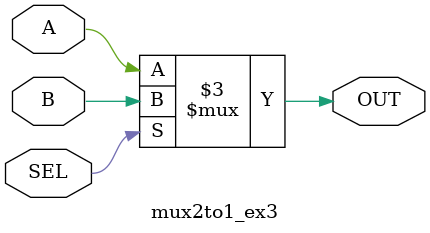
<source format=v>
/*
    2 x 1 Mux Behavioral Modeling
    
    A 2x1 Mux at this level needs an always block

*/
`timescale 1ns / 1ps
module mux2to1_ex3(
    input A,
    input B,
    input SEL,
    output reg OUT
    );
    always @(*) begin
        if (SEL)
            OUT = B;
        else
            OUT = A;
    end
endmodule
</source>
